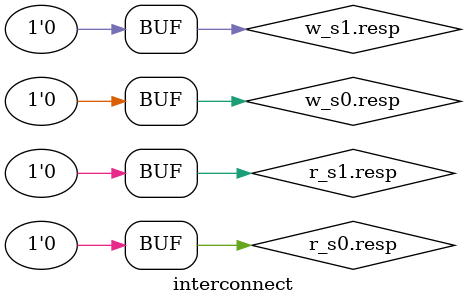
<source format=sv>


module interconnect(
  write_if w_master, read_if r_master,
  write_if w_s0,     read_if r_s0,
  write_if w_s1,     read_if r_s1
);
  
  // route master -> slaves (write)
  always_comb begin
    // defaults
    w_s0.valid = 0; w_s1.valid = 0;
    w_s0.addr  = w_master.addr; w_s1.addr = w_master.addr;
    w_s0.data  = w_master.data; w_s1.data = w_master.data;
    w_s0.id    = w_master.id;   w_s1.id   = w_master.id;
    w_s0.resp  = 2'b00;         w_s1.resp = 2'b00;
    // decode
    if (w_master.valid) begin
      if (w_master.addr < 8'h40) begin
        w_s0.valid = 1;
      end else begin
        w_s1.valid = 1;
      end
    end
  end

  // route master -> slaves (read)
  always_comb begin
    r_s0.valid = 0; r_s1.valid = 0;
    r_s0.addr  = r_master.addr; r_s1.addr = r_master.addr;
    r_s0.id    = r_master.id;   r_s1.id    = r_master.id;
    r_s0.resp  = 2'b00;         r_s1.resp  = 2'b00;
    if (r_master.valid) begin
      if (r_master.addr < 8'h40) begin
        r_s0.valid = 1;
      end else begin
        r_s1.valid = 1;
      end
    end
  end

  // multiplex slave responses back to master for write channel
  always_comb begin
    w_master.ready = 0;
    w_master.resp  = 2'b00;
    if (w_s0.ready) begin
      w_master.ready = w_s0.ready;
      w_master.resp  = w_s0.resp;
    end else if (w_s1.ready) begin
      w_master.ready = w_s1.ready;
      w_master.resp  = w_s1.resp;
    end
  end

  // multiplex slave responses back to master for read channel
  always_comb begin
    r_master.ready = 0;
    r_master.data  = '0;
    r_master.resp  = 2'b00;
    if (r_s0.ready) begin
      r_master.ready = r_s0.ready;
      r_master.data  = r_s0.data;
      r_master.resp  = r_s0.resp;
    end else if (r_s1.ready) begin
      r_master.ready = r_s1.ready;
      r_master.data  = r_s1.data;
      r_master.resp  = r_s1.resp;
    end
  end

endmodule

</source>
